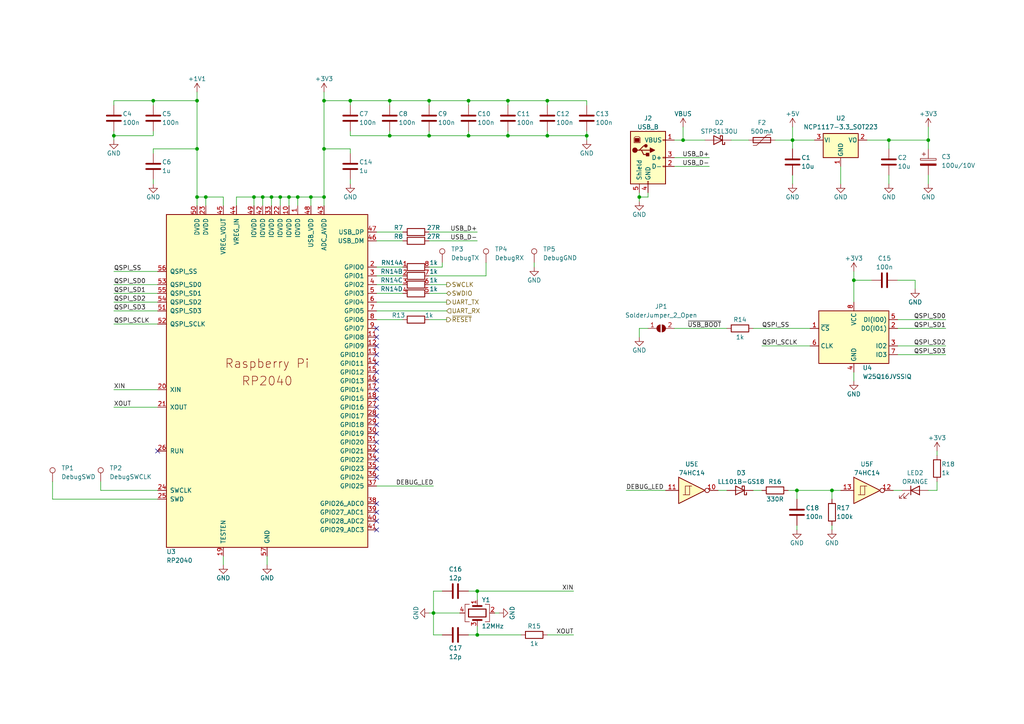
<source format=kicad_sch>
(kicad_sch (version 20220126) (generator eeschema)
  (paper "A4")
  (title_block (title "Raspberry Pi Pico Kit") (date "2022-01-02") (rev "1"))
  (lib_symbols
    (symbol "74xx:74HC14" (pin_names (offset 1.016))
      (property "Reference" "U" (at 0 1.27 0))
      (property "Value" "74HC14" (at 0 -1.27 0))
      (symbol "74HC14_1_0"
        (pin input line (at -7.62 0 0) (length 3.81) (name "~") (number "1"))
        (pin output inverted (at 7.62 0 180) (length 3.81) (name "~") (number "2"))
      )
      (symbol "74HC14_2_0"
        (pin input line (at -7.62 0 0) (length 3.81) (name "~") (number "3"))
        (pin output inverted (at 7.62 0 180) (length 3.81) (name "~") (number "4"))
      )
      (symbol "74HC14_3_0"
        (pin input line (at -7.62 0 0) (length 3.81) (name "~") (number "5"))
        (pin output inverted (at 7.62 0 180) (length 3.81) (name "~") (number "6"))
      )
      (symbol "74HC14_4_0"
        (pin output inverted (at 7.62 0 180) (length 3.81) (name "~") (number "8"))
        (pin input line (at -7.62 0 0) (length 3.81) (name "~") (number "9"))
      )
      (symbol "74HC14_5_0"
        (pin output inverted (at 7.62 0 180) (length 3.81) (name "~") (number "10"))
        (pin input line (at -7.62 0 0) (length 3.81) (name "~") (number "11"))
      )
      (symbol "74HC14_6_0"
        (pin output inverted (at 7.62 0 180) (length 3.81) (name "~") (number "12"))
        (pin input line (at -7.62 0 0) (length 3.81) (name "~") (number "13"))
      )
      (symbol "74HC14_7_0"
        (pin power_in line (at 0 12.7 270) (length 5.08) (name "VCC") (number "14"))
        (pin power_in line (at 0 -12.7 90) (length 5.08) (name "GND") (number "7"))
      )
    )
    (symbol "Connector:TestPoint" (pin_numbers hide) (pin_names (offset 0.762) hide)
      (property "Reference" "TP" (at 0 6.858 0))
      (property "Value" "TestPoint" (at 0 5.08 0))
      (symbol "TestPoint_1_1"
        (pin passive line (at 0 0 90) (length 2.54) (name "1") (number "1"))
      )
    )
    (symbol "Connector:USB_B" (pin_names (offset 1.016))
      (property "Reference" "J" (at -5.08 11.43 0))
      (property "Value" "USB_B" (at -5.08 8.89 0))
      (symbol "USB_B_1_1"
        (pin power_out line (at 7.62 5.08 180) (length 2.54) (name "VBUS") (number "1"))
        (pin bidirectional line (at 7.62 -2.54 180) (length 2.54) (name "D-") (number "2"))
        (pin bidirectional line (at 7.62 0 180) (length 2.54) (name "D+") (number "3"))
        (pin power_out line (at 0 -10.16 90) (length 2.54) (name "GND") (number "4"))
        (pin passive line (at -2.54 -10.16 90) (length 2.54) (name "Shield") (number "5"))
      )
    )
    (symbol "Device:C" (pin_numbers hide) (pin_names (offset 0.254))
      (property "Reference" "C" (at 0.635 2.54 0))
      (property "Value" "C" (at 0.635 -2.54 0))
      (symbol "C_1_1"
        (pin passive line (at 0 3.81 270) (length 2.794) (name "~") (number "1"))
        (pin passive line (at 0 -3.81 90) (length 2.794) (name "~") (number "2"))
      )
    )
    (symbol "Device:C_Polarized" (pin_numbers hide) (pin_names (offset 0.254))
      (property "Reference" "C" (at 0.635 2.54 0))
      (property "Value" "C_Polarized" (at 0.635 -2.54 0))
      (symbol "C_Polarized_1_1"
        (pin passive line (at 0 3.81 270) (length 2.794) (name "~") (number "1"))
        (pin passive line (at 0 -3.81 90) (length 2.794) (name "~") (number "2"))
      )
    )
    (symbol "Device:Crystal_GND24" (pin_names (offset 1.016) hide)
      (property "Reference" "Y" (at 3.175 5.08 0))
      (property "Value" "Crystal_GND24" (at 3.175 3.175 0))
      (symbol "Crystal_GND24_1_1"
        (pin passive line (at -3.81 0 0) (length 1.27) (name "1") (number "1"))
        (pin passive line (at 0 5.08 270) (length 1.27) (name "2") (number "2"))
        (pin passive line (at 3.81 0 180) (length 1.27) (name "3") (number "3"))
        (pin passive line (at 0 -5.08 90) (length 1.27) (name "4") (number "4"))
      )
    )
    (symbol "Device:D_Schottky" (pin_numbers hide) (pin_names (offset 1.016) hide)
      (property "Reference" "D" (at 0 2.54 0))
      (property "Value" "D_Schottky" (at 0 -2.54 0))
      (symbol "D_Schottky_1_1"
        (pin passive line (at -3.81 0 0) (length 2.54) (name "K") (number "1"))
        (pin passive line (at 3.81 0 180) (length 2.54) (name "A") (number "2"))
      )
    )
    (symbol "Device:LED" (pin_numbers hide) (pin_names (offset 1.016) hide)
      (property "Reference" "D" (at 0 2.54 0))
      (property "Value" "LED" (at 0 -2.54 0))
      (symbol "LED_1_1"
        (pin passive line (at -3.81 0 0) (length 2.54) (name "K") (number "1"))
        (pin passive line (at 3.81 0 180) (length 2.54) (name "A") (number "2"))
      )
    )
    (symbol "Device:Polyfuse" (pin_numbers hide) (pin_names (offset 0))
      (property "Reference" "F" (at -2.54 0 90))
      (property "Value" "Polyfuse" (at 2.54 0 90))
      (symbol "Polyfuse_1_1"
        (pin passive line (at 0 3.81 270) (length 1.27) (name "~") (number "1"))
        (pin passive line (at 0 -3.81 90) (length 1.27) (name "~") (number "2"))
      )
    )
    (symbol "Device:R" (pin_numbers hide) (pin_names (offset 0))
      (property "Reference" "R" (at 2.032 0 90))
      (property "Value" "R" (at 0 0 90))
      (symbol "R_1_1"
        (pin passive line (at 0 3.81 270) (length 1.27) (name "~") (number "1"))
        (pin passive line (at 0 -3.81 90) (length 1.27) (name "~") (number "2"))
      )
    )
    (symbol "Device:R_Pack04_Split" (pin_names (offset 0) hide)
      (property "Reference" "RN" (at 2.032 0 90))
      (property "Value" "R_Pack04_Split" (at 0 0 90))
      (symbol "R_Pack04_Split_1_1"
        (pin passive line (at 0 -3.81 90) (length 1.27) (name "R1.1") (number "1"))
        (pin passive line (at 0 3.81 270) (length 1.27) (name "R1.2") (number "8"))
      )
      (symbol "R_Pack04_Split_2_1"
        (pin passive line (at 0 -3.81 90) (length 1.27) (name "R2.1") (number "2"))
        (pin passive line (at 0 3.81 270) (length 1.27) (name "R2.2") (number "7"))
      )
      (symbol "R_Pack04_Split_3_1"
        (pin passive line (at 0 -3.81 90) (length 1.27) (name "R3.1") (number "3"))
        (pin passive line (at 0 3.81 270) (length 1.27) (name "R3.2") (number "6"))
      )
      (symbol "R_Pack04_Split_4_1"
        (pin passive line (at 0 -3.81 90) (length 1.27) (name "R4.1") (number "4"))
        (pin passive line (at 0 3.81 270) (length 1.27) (name "R4.2") (number "5"))
      )
    )
    (symbol "Jumper:SolderJumper_2_Open" (pin_names (offset 0) hide)
      (property "Reference" "JP" (at 0 2.032 0))
      (property "Value" "SolderJumper_2_Open" (at 0 -2.54 0))
      (symbol "SolderJumper_2_Open_1_1"
        (pin passive line (at -3.81 0 0) (length 2.54) (name "A") (number "1"))
        (pin passive line (at 3.81 0 180) (length 2.54) (name "B") (number "2"))
      )
    )
    (symbol "MCU_RaspberryPi_RP2040:RP2040" (pin_names (offset 1.016))
      (property "Reference" "U" (at -29.21 49.53 0))
      (property "Value" "RP2040" (at 24.13 -49.53 0))
      (symbol "RP2040_0_0"
        (text "Raspberry Pi" (at 0 5.08 0) (effects (font (size 2.54 2.54))))
        (text "RP2040" (at 0 0 0) (effects (font (size 2.54 2.54))))
      )
      (symbol "RP2040_1_1"
        (pin power_in line (at 8.89 50.8 270) (length 2.54) (name "IOVDD") (number "1"))
        (pin power_in line (at 6.35 50.8 270) (length 2.54) (name "IOVDD") (number "10"))
        (pin bidirectional line (at 31.75 12.7 180) (length 2.54) (name "GPIO8") (number "11"))
        (pin bidirectional line (at 31.75 10.16 180) (length 2.54) (name "GPIO9") (number "12"))
        (pin bidirectional line (at 31.75 7.62 180) (length 2.54) (name "GPIO10") (number "13"))
        (pin bidirectional line (at 31.75 5.08 180) (length 2.54) (name "GPIO11") (number "14"))
        (pin bidirectional line (at 31.75 2.54 180) (length 2.54) (name "GPIO12") (number "15"))
        (pin bidirectional line (at 31.75 0 180) (length 2.54) (name "GPIO13") (number "16"))
        (pin bidirectional line (at 31.75 -2.54 180) (length 2.54) (name "GPIO14") (number "17"))
        (pin bidirectional line (at 31.75 -5.08 180) (length 2.54) (name "GPIO15") (number "18"))
        (pin passive line (at -12.7 -50.8 90) (length 2.54) (name "TESTEN") (number "19"))
        (pin bidirectional line (at 31.75 33.02 180) (length 2.54) (name "GPIO0") (number "2"))
        (pin input line (at -31.75 -2.54 0) (length 2.54) (name "XIN") (number "20"))
        (pin passive line (at -31.75 -7.62 0) (length 2.54) (name "XOUT") (number "21"))
        (pin power_in line (at 3.81 50.8 270) (length 2.54) (name "IOVDD") (number "22"))
        (pin power_in line (at -17.78 50.8 270) (length 2.54) (name "DVDD") (number "23"))
        (pin output line (at -31.75 -31.75 0) (length 2.54) (name "SWCLK") (number "24"))
        (pin bidirectional line (at -31.75 -34.29 0) (length 2.54) (name "SWD") (number "25"))
        (pin input line (at -31.75 -20.32 0) (length 2.54) (name "RUN") (number "26"))
        (pin bidirectional line (at 31.75 -7.62 180) (length 2.54) (name "GPIO16") (number "27"))
        (pin bidirectional line (at 31.75 -10.16 180) (length 2.54) (name "GPIO17") (number "28"))
        (pin bidirectional line (at 31.75 -12.7 180) (length 2.54) (name "GPIO18") (number "29"))
        (pin bidirectional line (at 31.75 30.48 180) (length 2.54) (name "GPIO1") (number "3"))
        (pin bidirectional line (at 31.75 -15.24 180) (length 2.54) (name "GPIO19") (number "30"))
        (pin bidirectional line (at 31.75 -17.78 180) (length 2.54) (name "GPIO20") (number "31"))
        (pin bidirectional line (at 31.75 -20.32 180) (length 2.54) (name "GPIO21") (number "32"))
        (pin power_in line (at 1.27 50.8 270) (length 2.54) (name "IOVDD") (number "33"))
        (pin bidirectional line (at 31.75 -22.86 180) (length 2.54) (name "GPIO22") (number "34"))
        (pin bidirectional line (at 31.75 -25.4 180) (length 2.54) (name "GPIO23") (number "35"))
        (pin bidirectional line (at 31.75 -27.94 180) (length 2.54) (name "GPIO24") (number "36"))
        (pin bidirectional line (at 31.75 -30.48 180) (length 2.54) (name "GPIO25") (number "37"))
        (pin bidirectional line (at 31.75 -35.56 180) (length 2.54) (name "GPIO26_ADC0") (number "38"))
        (pin bidirectional line (at 31.75 -38.1 180) (length 2.54) (name "GPIO27_ADC1") (number "39"))
        (pin bidirectional line (at 31.75 27.94 180) (length 2.54) (name "GPIO2") (number "4"))
        (pin bidirectional line (at 31.75 -40.64 180) (length 2.54) (name "GPIO28_ADC2") (number "40"))
        (pin bidirectional line (at 31.75 -43.18 180) (length 2.54) (name "GPIO29_ADC3") (number "41"))
        (pin power_in line (at -1.27 50.8 270) (length 2.54) (name "IOVDD") (number "42"))
        (pin power_in line (at 16.51 50.8 270) (length 2.54) (name "ADC_AVDD") (number "43"))
        (pin power_in line (at -8.89 50.8 270) (length 2.54) (name "VREG_IN") (number "44"))
        (pin power_out line (at -12.7 50.8 270) (length 2.54) (name "VREG_VOUT") (number "45"))
        (pin bidirectional line (at 31.75 40.64 180) (length 2.54) (name "USB_DM") (number "46"))
        (pin bidirectional line (at 31.75 43.18 180) (length 2.54) (name "USB_DP") (number "47"))
        (pin power_in line (at 12.7 50.8 270) (length 2.54) (name "USB_VDD") (number "48"))
        (pin power_in line (at -3.81 50.8 270) (length 2.54) (name "IOVDD") (number "49"))
        (pin bidirectional line (at 31.75 25.4 180) (length 2.54) (name "GPIO3") (number "5"))
        (pin power_in line (at -20.32 50.8 270) (length 2.54) (name "DVDD") (number "50"))
        (pin bidirectional line (at -31.75 20.32 0) (length 2.54) (name "QSPI_SD3") (number "51"))
        (pin output line (at -31.75 16.51 0) (length 2.54) (name "QSPI_SCLK") (number "52"))
        (pin bidirectional line (at -31.75 27.94 0) (length 2.54) (name "QSPI_SD0") (number "53"))
        (pin bidirectional line (at -31.75 22.86 0) (length 2.54) (name "QSPI_SD2") (number "54"))
        (pin bidirectional line (at -31.75 25.4 0) (length 2.54) (name "QSPI_SD1") (number "55"))
        (pin bidirectional line (at -31.75 31.75 0) (length 2.54) (name "QSPI_SS") (number "56"))
        (pin power_in line (at 0 -50.8 90) (length 2.54) (name "GND") (number "57"))
        (pin bidirectional line (at 31.75 22.86 180) (length 2.54) (name "GPIO4") (number "6"))
        (pin bidirectional line (at 31.75 20.32 180) (length 2.54) (name "GPIO5") (number "7"))
        (pin bidirectional line (at 31.75 17.78 180) (length 2.54) (name "GPIO6") (number "8"))
        (pin bidirectional line (at 31.75 15.24 180) (length 2.54) (name "GPIO7") (number "9"))
      )
    )
    (symbol "RP2040_minimal:W25Q128JVS"
      (property "Reference" "U" (at -8.89 8.89 0))
      (property "Value" "W25Q128JVS" (at 7.62 8.89 0))
      (symbol "W25Q128JVS_1_1"
        (pin input line (at -12.7 2.54 0) (length 2.54) (name "~{CS}") (number "1"))
        (pin bidirectional line (at 12.7 2.54 180) (length 2.54) (name "DO(IO1)") (number "2"))
        (pin bidirectional line (at 12.7 -2.54 180) (length 2.54) (name "IO2") (number "3"))
        (pin power_in line (at 0 -10.16 90) (length 2.54) (name "GND") (number "4"))
        (pin bidirectional line (at 12.7 5.08 180) (length 2.54) (name "DI(IO0)") (number "5"))
        (pin input line (at -12.7 -2.54 0) (length 2.54) (name "CLK") (number "6"))
        (pin bidirectional line (at 12.7 -5.08 180) (length 2.54) (name "IO3") (number "7"))
        (pin power_in line (at 0 10.16 270) (length 2.54) (name "VCC") (number "8"))
      )
    )
    (symbol "Regulator_Linear:NCP1117-3.3_SOT223" (pin_names (offset 0.254))
      (property "Reference" "U" (at -3.81 3.175 0))
      (property "Value" "NCP1117-3.3_SOT223" (at 0 3.175 0))
      (symbol "NCP1117-3.3_SOT223_1_1"
        (pin power_in line (at 0 -7.62 90) (length 2.54) (name "GND") (number "1"))
        (pin power_out line (at 7.62 0 180) (length 2.54) (name "VO") (number "2"))
        (pin power_in line (at -7.62 0 0) (length 2.54) (name "VI") (number "3"))
      )
    )
    (symbol "power:+1V1" (power) (pin_names (offset 0))
      (property "Value" "+1V1" (at 0 3.556 0))
      (symbol "+1V1_1_1"
        (pin power_in line (at 0 0 90) (length 0) hide (name "+1V1") (number "1"))
      )
    )
    (symbol "power:+3.3V" (power) (pin_names (offset 0))
      (property "Value" "+3.3V" (at 0 3.556 0))
      (symbol "+3.3V_1_1"
        (pin power_in line (at 0 0 90) (length 0) hide (name "+3V3") (number "1"))
      )
    )
    (symbol "power:+5V" (power) (pin_names (offset 0))
      (property "Value" "+5V" (at 0 3.556 0))
      (symbol "+5V_1_1"
        (pin power_in line (at 0 0 90) (length 0) hide (name "+5V") (number "1"))
      )
    )
    (symbol "power:GND" (power) (pin_names (offset 0))
      (property "Value" "GND" (at 0 -3.81 0))
      (symbol "GND_1_1"
        (pin power_in line (at 0 0 270) (length 0) hide (name "GND") (number "1"))
      )
    )
    (symbol "power:VBUS" (power) (pin_names (offset 0))
      (property "Value" "VBUS" (at 0 3.81 0))
      (symbol "VBUS_1_1"
        (pin power_in line (at 0 0 90) (length 0) hide (name "VBUS") (number "1"))
      )
    )
  )
  (junction (at 198.12 40.64))
  (junction (at 57.15 57.15))
  (junction (at 138.43 171.45))
  (junction (at 135.89 29.21))
  (junction (at 170.18 39.37))
  (junction (at 59.69 57.15))
  (junction (at 57.15 43.18))
  (junction (at 185.42 57.15))
  (junction (at 229.87 40.64))
  (junction (at 93.98 29.21))
  (junction (at 73.66 57.15))
  (junction (at 101.6 29.21))
  (junction (at 125.73 177.8))
  (junction (at 57.15 29.21))
  (junction (at 158.75 29.21))
  (junction (at 113.03 29.21))
  (junction (at 158.75 39.37))
  (junction (at 241.3 142.24))
  (junction (at 231.14 142.24))
  (junction (at 147.32 29.21))
  (junction (at 269.24 40.64))
  (junction (at 138.43 184.15))
  (junction (at 76.2 57.15))
  (junction (at 147.32 39.37))
  (junction (at 33.02 39.37))
  (junction (at 90.17 57.15))
  (junction (at 93.98 43.18))
  (junction (at 124.46 29.21))
  (junction (at 124.46 39.37))
  (junction (at 247.65 81.28))
  (junction (at 135.89 39.37))
  (junction (at 78.74 57.15))
  (junction (at 257.81 40.64))
  (junction (at 44.45 29.21))
  (junction (at 86.36 57.15))
  (junction (at 81.28 57.15))
  (junction (at 93.98 57.15))
  (junction (at 113.03 39.37))
  (junction (at 83.82 57.15))
  (no_connect (at 109.22 105.41))
  (no_connect (at 109.22 102.87))
  (no_connect (at 109.22 100.33))
  (no_connect (at 109.22 97.79))
  (no_connect (at 109.22 95.25))
  (no_connect (at 109.22 118.11))
  (no_connect (at 109.22 115.57))
  (no_connect (at 109.22 113.03))
  (no_connect (at 109.22 110.49))
  (no_connect (at 109.22 107.95))
  (no_connect (at 109.22 146.05))
  (no_connect (at 109.22 148.59))
  (no_connect (at 109.22 151.13))
  (no_connect (at 109.22 153.67))
  (no_connect (at 109.22 138.43))
  (no_connect (at 109.22 135.89))
  (no_connect (at 109.22 133.35))
  (no_connect (at 109.22 130.81))
  (no_connect (at 109.22 128.27))
  (no_connect (at 109.22 125.73))
  (no_connect (at 109.22 123.19))
  (no_connect (at 109.22 120.65))
  (no_connect (at 45.72 130.81))
  (wire (pts (xy 124.46 69.85) (xy 138.43 69.85)))
  (wire (pts (xy 147.32 39.37) (xy 158.75 39.37)))
  (wire (pts (xy 124.46 29.21) (xy 124.46 30.48)))
  (wire (pts (xy 33.02 87.63) (xy 45.72 87.63)))
  (wire (pts (xy 33.02 85.09) (xy 45.72 85.09)))
  (wire (pts (xy 124.46 38.1) (xy 124.46 39.37)))
  (wire (pts (xy 93.98 43.18) (xy 101.6 43.18)))
  (wire (pts (xy 158.75 184.15) (xy 166.37 184.15)))
  (wire (pts (xy 144.78 177.8) (xy 143.51 177.8)))
  (wire (pts (xy 195.58 45.72) (xy 205.74 45.72)))
  (wire (pts (xy 93.98 29.21) (xy 101.6 29.21)))
  (wire (pts (xy 109.22 92.71) (xy 116.84 92.71)))
  (wire (pts (xy 93.98 57.15) (xy 93.98 59.69)))
  (wire (pts (xy 228.6 142.24) (xy 231.14 142.24)))
  (wire (pts (xy 68.58 57.15) (xy 73.66 57.15)))
  (wire (pts (xy 198.12 40.64) (xy 204.47 40.64)))
  (wire (pts (xy 187.96 95.25) (xy 185.42 95.25)))
  (wire (pts (xy 147.32 29.21) (xy 135.89 29.21)))
  (wire (pts (xy 113.03 39.37) (xy 124.46 39.37)))
  (wire (pts (xy 260.35 95.25) (xy 274.32 95.25)))
  (wire (pts (xy 44.45 39.37) (xy 33.02 39.37)))
  (wire (pts (xy 57.15 29.21) (xy 57.15 43.18)))
  (wire (pts (xy 257.81 50.8) (xy 257.81 53.34)))
  (wire (pts (xy 260.35 81.28) (xy 265.43 81.28)))
  (wire (pts (xy 147.32 38.1) (xy 147.32 39.37)))
  (wire (pts (xy 101.6 44.45) (xy 101.6 43.18)))
  (wire (pts (xy 125.73 177.8) (xy 125.73 184.15)))
  (wire (pts (xy 101.6 39.37) (xy 113.03 39.37)))
  (wire (pts (xy 44.45 29.21) (xy 57.15 29.21)))
  (wire (pts (xy 124.46 67.31) (xy 138.43 67.31)))
  (wire (pts (xy 33.02 78.74) (xy 45.72 78.74)))
  (wire (pts (xy 101.6 30.48) (xy 101.6 29.21)))
  (wire (pts (xy 64.77 57.15) (xy 59.69 57.15)))
  (wire (pts (xy 154.94 76.2) (xy 154.94 77.47)))
  (wire (pts (xy 109.22 90.17) (xy 129.54 90.17)))
  (wire (pts (xy 265.43 81.28) (xy 265.43 83.82)))
  (wire (pts (xy 29.21 142.24) (xy 29.21 139.7)))
  (wire (pts (xy 135.89 171.45) (xy 138.43 171.45)))
  (wire (pts (xy 44.45 29.21) (xy 44.45 30.48)))
  (wire (pts (xy 158.75 29.21) (xy 147.32 29.21)))
  (wire (pts (xy 101.6 38.1) (xy 101.6 39.37)))
  (wire (pts (xy 260.35 102.87) (xy 274.32 102.87)))
  (wire (pts (xy 76.2 57.15) (xy 76.2 59.69)))
  (wire (pts (xy 113.03 29.21) (xy 113.03 30.48)))
  (wire (pts (xy 125.73 177.8) (xy 124.46 177.8)))
  (wire (pts (xy 125.73 184.15) (xy 128.27 184.15)))
  (wire (pts (xy 73.66 57.15) (xy 73.66 59.69)))
  (wire (pts (xy 247.65 81.28) (xy 252.73 81.28)))
  (wire (pts (xy 128.27 171.45) (xy 125.73 171.45)))
  (wire (pts (xy 81.28 57.15) (xy 81.28 59.69)))
  (wire (pts (xy 241.3 152.4) (xy 241.3 153.67)))
  (wire (pts (xy 59.69 59.69) (xy 59.69 57.15)))
  (wire (pts (xy 195.58 40.64) (xy 198.12 40.64)))
  (wire (pts (xy 218.44 95.25) (xy 234.95 95.25)))
  (wire (pts (xy 124.46 85.09) (xy 129.54 85.09)))
  (wire (pts (xy 185.42 57.15) (xy 185.42 58.42)))
  (wire (pts (xy 109.22 82.55) (xy 116.84 82.55)))
  (wire (pts (xy 231.14 142.24) (xy 231.14 144.78)))
  (wire (pts (xy 135.89 38.1) (xy 135.89 39.37)))
  (wire (pts (xy 109.22 77.47) (xy 116.84 77.47)))
  (wire (pts (xy 68.58 59.69) (xy 68.58 57.15)))
  (wire (pts (xy 229.87 36.83) (xy 229.87 40.64)))
  (wire (pts (xy 247.65 107.95) (xy 247.65 110.49)))
  (wire (pts (xy 140.97 80.01) (xy 140.97 76.2)))
  (wire (pts (xy 33.02 38.1) (xy 33.02 39.37)))
  (wire (pts (xy 231.14 142.24) (xy 241.3 142.24)))
  (wire (pts (xy 247.65 78.74) (xy 247.65 81.28)))
  (wire (pts (xy 135.89 29.21) (xy 124.46 29.21)))
  (wire (pts (xy 33.02 118.11) (xy 45.72 118.11)))
  (wire (pts (xy 229.87 40.64) (xy 229.87 43.18)))
  (wire (pts (xy 269.24 142.24) (xy 271.78 142.24)))
  (wire (pts (xy 57.15 43.18) (xy 57.15 57.15)))
  (wire (pts (xy 125.73 177.8) (xy 133.35 177.8)))
  (wire (pts (xy 101.6 52.07) (xy 101.6 53.34)))
  (wire (pts (xy 64.77 59.69) (xy 64.77 57.15)))
  (wire (pts (xy 76.2 57.15) (xy 78.74 57.15)))
  (wire (pts (xy 109.22 140.97) (xy 125.73 140.97)))
  (wire (pts (xy 185.42 95.25) (xy 185.42 97.79)))
  (wire (pts (xy 138.43 184.15) (xy 151.13 184.15)))
  (wire (pts (xy 73.66 57.15) (xy 76.2 57.15)))
  (wire (pts (xy 109.22 87.63) (xy 129.54 87.63)))
  (wire (pts (xy 109.22 80.01) (xy 116.84 80.01)))
  (wire (pts (xy 269.24 50.8) (xy 269.24 53.34)))
  (wire (pts (xy 243.84 48.26) (xy 243.84 53.34)))
  (wire (pts (xy 81.28 57.15) (xy 83.82 57.15)))
  (wire (pts (xy 138.43 171.45) (xy 166.37 171.45)))
  (wire (pts (xy 86.36 57.15) (xy 86.36 59.69)))
  (wire (pts (xy 124.46 39.37) (xy 135.89 39.37)))
  (wire (pts (xy 269.24 36.83) (xy 269.24 40.64)))
  (wire (pts (xy 15.24 144.78) (xy 45.72 144.78)))
  (wire (pts (xy 125.73 171.45) (xy 125.73 177.8)))
  (wire (pts (xy 93.98 43.18) (xy 93.98 57.15)))
  (wire (pts (xy 181.61 142.24) (xy 193.04 142.24)))
  (wire (pts (xy 259.08 142.24) (xy 261.62 142.24)))
  (wire (pts (xy 241.3 142.24) (xy 243.84 142.24)))
  (wire (pts (xy 218.44 142.24) (xy 220.98 142.24)))
  (wire (pts (xy 269.24 40.64) (xy 269.24 43.18)))
  (wire (pts (xy 158.75 38.1) (xy 158.75 39.37)))
  (wire (pts (xy 33.02 93.98) (xy 45.72 93.98)))
  (wire (pts (xy 78.74 57.15) (xy 81.28 57.15)))
  (wire (pts (xy 33.02 29.21) (xy 44.45 29.21)))
  (wire (pts (xy 93.98 29.21) (xy 93.98 43.18)))
  (wire (pts (xy 83.82 57.15) (xy 86.36 57.15)))
  (wire (pts (xy 93.98 26.67) (xy 93.98 29.21)))
  (wire (pts (xy 185.42 55.88) (xy 185.42 57.15)))
  (wire (pts (xy 33.02 39.37) (xy 33.02 40.64)))
  (wire (pts (xy 44.45 43.18) (xy 57.15 43.18)))
  (wire (pts (xy 170.18 29.21) (xy 158.75 29.21)))
  (wire (pts (xy 229.87 50.8) (xy 229.87 53.34)))
  (wire (pts (xy 83.82 57.15) (xy 83.82 59.69)))
  (wire (pts (xy 124.46 82.55) (xy 129.54 82.55)))
  (wire (pts (xy 57.15 26.67) (xy 57.15 29.21)))
  (wire (pts (xy 260.35 100.33) (xy 274.32 100.33)))
  (wire (pts (xy 109.22 85.09) (xy 116.84 85.09)))
  (wire (pts (xy 33.02 82.55) (xy 45.72 82.55)))
  (wire (pts (xy 135.89 29.21) (xy 135.89 30.48)))
  (wire (pts (xy 64.77 161.29) (xy 64.77 163.83)))
  (wire (pts (xy 229.87 40.64) (xy 236.22 40.64)))
  (wire (pts (xy 57.15 57.15) (xy 57.15 59.69)))
  (wire (pts (xy 220.98 100.33) (xy 234.95 100.33)))
  (wire (pts (xy 33.02 90.17) (xy 45.72 90.17)))
  (wire (pts (xy 170.18 30.48) (xy 170.18 29.21)))
  (wire (pts (xy 195.58 95.25) (xy 210.82 95.25)))
  (wire (pts (xy 185.42 57.15) (xy 187.96 57.15)))
  (wire (pts (xy 78.74 57.15) (xy 78.74 59.69)))
  (wire (pts (xy 33.02 30.48) (xy 33.02 29.21)))
  (wire (pts (xy 158.75 29.21) (xy 158.75 30.48)))
  (wire (pts (xy 113.03 29.21) (xy 101.6 29.21)))
  (wire (pts (xy 198.12 36.83) (xy 198.12 40.64)))
  (wire (pts (xy 212.09 40.64) (xy 217.17 40.64)))
  (wire (pts (xy 44.45 38.1) (xy 44.45 39.37)))
  (wire (pts (xy 135.89 39.37) (xy 147.32 39.37)))
  (wire (pts (xy 241.3 142.24) (xy 241.3 144.78)))
  (wire (pts (xy 15.24 139.7) (xy 15.24 144.78)))
  (wire (pts (xy 147.32 29.21) (xy 147.32 30.48)))
  (wire (pts (xy 59.69 57.15) (xy 57.15 57.15)))
  (wire (pts (xy 77.47 161.29) (xy 77.47 163.83)))
  (wire (pts (xy 257.81 40.64) (xy 257.81 43.18)))
  (wire (pts (xy 86.36 57.15) (xy 90.17 57.15)))
  (wire (pts (xy 124.46 80.01) (xy 140.97 80.01)))
  (wire (pts (xy 138.43 181.61) (xy 138.43 184.15)))
  (wire (pts (xy 135.89 184.15) (xy 138.43 184.15)))
  (wire (pts (xy 124.46 77.47) (xy 128.27 77.47)))
  (wire (pts (xy 44.45 52.07) (xy 44.45 53.34)))
  (wire (pts (xy 187.96 55.88) (xy 187.96 57.15)))
  (wire (pts (xy 44.45 44.45) (xy 44.45 43.18)))
  (wire (pts (xy 260.35 92.71) (xy 274.32 92.71)))
  (wire (pts (xy 271.78 142.24) (xy 271.78 139.7)))
  (wire (pts (xy 269.24 40.64) (xy 257.81 40.64)))
  (wire (pts (xy 251.46 40.64) (xy 257.81 40.64)))
  (wire (pts (xy 124.46 29.21) (xy 113.03 29.21)))
  (wire (pts (xy 90.17 57.15) (xy 90.17 59.69)))
  (wire (pts (xy 109.22 67.31) (xy 116.84 67.31)))
  (wire (pts (xy 113.03 38.1) (xy 113.03 39.37)))
  (wire (pts (xy 271.78 130.81) (xy 271.78 132.08)))
  (wire (pts (xy 208.28 142.24) (xy 210.82 142.24)))
  (wire (pts (xy 33.02 113.03) (xy 45.72 113.03)))
  (wire (pts (xy 224.79 40.64) (xy 229.87 40.64)))
  (wire (pts (xy 90.17 57.15) (xy 93.98 57.15)))
  (wire (pts (xy 158.75 39.37) (xy 170.18 39.37)))
  (wire (pts (xy 231.14 152.4) (xy 231.14 153.67)))
  (wire (pts (xy 170.18 39.37) (xy 170.18 40.64)))
  (wire (pts (xy 247.65 81.28) (xy 247.65 87.63)))
  (wire (pts (xy 138.43 171.45) (xy 138.43 173.99)))
  (wire (pts (xy 109.22 69.85) (xy 116.84 69.85)))
  (wire (pts (xy 128.27 77.47) (xy 128.27 76.2)))
  (wire (pts (xy 195.58 48.26) (xy 205.74 48.26)))
  (wire (pts (xy 170.18 38.1) (xy 170.18 39.37)))
  (wire (pts (xy 124.46 92.71) (xy 129.54 92.71)))
  (wire (pts (xy 45.72 142.24) (xy 29.21 142.24)))
  (label "QSPI_SCLK" (at 33.02 93.98 0))
  (label "QSPI_SD1" (at 33.02 85.09 0))
  (label "~{USB_BOOT}" (at 199.39 95.25 0))
  (label "USB_D-" (at 205.74 48.26 0))
  (label "USB_D+" (at 138.43 67.31 0))
  (label "XOUT" (at 33.02 118.11 0))
  (label "QSPI_SCLK" (at 220.98 100.33 0))
  (label "USB_D+" (at 205.74 45.72 0))
  (label "QSPI_SD3" (at 33.02 90.17 0))
  (label "USB_D-" (at 138.43 69.85 0))
  (label "QSPI_SD2" (at 33.02 87.63 0))
  (label "XIN" (at 33.02 113.03 0))
  (label "XIN" (at 166.37 171.45 0))
  (label "QSPI_SS" (at 33.02 78.74 0))
  (label "QSPI_SD0" (at 33.02 82.55 0))
  (label "DEBUG_LED" (at 125.73 140.97 0))
  (label "QSPI_SD3" (at 274.32 102.87 0))
  (label "XOUT" (at 166.37 184.15 0))
  (label "QSPI_SS" (at 220.98 95.25 0))
  (label "QSPI_SD2" (at 274.32 100.33 0))
  (label "QSPI_SD0" (at 274.32 92.71 0))
  (label "QSPI_SD1" (at 274.32 95.25 0))
  (label "DEBUG_LED" (at 181.61 142.24 0))
  (hierarchical_label "UART_TX" (shape output) (at 129.54 87.63 0))
  (hierarchical_label "SWCLK" (shape output) (at 129.54 82.55 0))
  (hierarchical_label "UART_RX" (shape input) (at 129.54 90.17 0))
  (hierarchical_label "SWDIO" (shape bidirectional) (at 129.54 85.09 0))
  (hierarchical_label "~{RESET}" (shape output) (at 129.54 92.71 0))
  (symbol (lib_id "Device:R_Pack04_Split") (at 120.65 77.47 270) (unit 1)
    (property "Reference" "RN14" (at 116.84 76.2 90) (effects (justify right)))
    (property "Value" "1k" (at 127 76.2 90) (effects (justify right)))
    (property "Footprint" "Resistor_SMD:R_Array_Convex_4x1206" (effects hide))
  )
  (symbol (lib_id "Connector:TestPoint") (at 128.27 76.2 0) (unit 1)
    (property "Reference" "TP3" (at 130.81 72.263 0) (effects (justify left)))
    (property "Value" "DebugTX" (at 130.81 74.803 0) (effects (justify left)))
    (property "Footprint" "TestPoint:TestPoint_Pad_D1.0mm" (effects hide))
  )
  (symbol (lib_id "Device:Polyfuse") (at 220.98 40.64 90) (unit 1)
    (property "Reference" "F2" (at 220.98 35.56 90))
    (property "Value" "500mA" (at 220.98 38.1 90))
    (property "Footprint" "Fuse:Fuse_1206_3216Metric_Pad1.42x1.75mm_HandSolder" (effects hide))
    (property "Manufacturer Part Number" "0ZCJ0050FF2G" (effects hide))
    (property "Supplier" "Digikey" (effects hide))
    (property "Supplier Part URL" "https://www.digikey.cz/en/products/detail/bel-fuse-inc/0ZCJ0050FF2G/4156133" (effects hide))
  )
  (symbol (lib_id "MCU_RaspberryPi_RP2040:RP2040") (at 77.47 110.49 0) (unit 1)
    (property "Reference" "U3" (at 48.26 160.02 0) (effects (justify left)))
    (property "Value" "RP2040" (at 48.26 162.56 0) (effects (justify left)))
    (property "Footprint" "RP2040_minimal:RP2040-QFN-56" (effects hide))
    (property "Manufacturer Part Number" "SC0914(13)" (effects hide))
    (property "Supplier" "Digikey" (effects hide))
    (property "Supplier Part URL" "https://www.digikey.cz/en/products/detail/raspberry-pi/SC0914-13/14306010" (effects hide))
  )
  (symbol (lib_id "Device:R") (at 154.94 184.15 90) (unit 1)
    (property "Reference" "R15" (at 154.94 181.61 90))
    (property "Value" "1k" (at 154.94 186.69 90))
    (property "Footprint" "Resistor_SMD:R_0603_1608Metric_Pad0.98x0.95mm_HandSolder" (effects hide))
    (property "Manufacturer Part Number" "RC0805FR-071KL" (effects hide))
    (property "Supplier" "Digikey" (effects hide))
  )
  (symbol (lib_id "power:GND") (at 185.42 97.79 0) (unit 1)
    (property "Reference" "#PWR034" (effects hide))
    (property "Value" "GND" (at 185.42 101.6 0))
  )
  (symbol (lib_id "Device:Crystal_GND24") (at 138.43 177.8 270) (unit 1)
    (property "Reference" "Y1" (at 139.7 173.99 90) (effects (justify left)))
    (property "Value" "12MHz" (at 139.7 181.61 90) (effects (justify left)))
    (property "Footprint" "Crystal:Crystal_SMD_0603-4Pin_6.0x3.5mm" (effects hide))
    (property "Datasheet" "https://abracon.com/Resonators/abm3b.pdf" (effects hide))
    (property "Manufacturer Part Number" "ABM3B-12.000MHZ-10-1-U-T" (effects hide))
    (property "Supplier" "Digikey" (effects hide))
    (property "Supplier Part URL" "https://www.digikey.cz/cs/products/detail/abracon-llc/ABM3B-12-000MHZ-10-1-U-T/687808" (effects hide))
  )
  (symbol (lib_id "Device:C") (at 231.14 148.59 180) (unit 1)
    (property "Reference" "C18" (at 233.68 147.32 0) (effects (justify right)))
    (property "Value" "100n" (at 233.68 149.86 0) (effects (justify right)))
    (property "Footprint" "Capacitor_SMD:C_0603_1608Metric_Pad1.08x0.95mm_HandSolder" (effects hide))
    (property "Manufacturer Part Number" "C0805C104M3RAC7800" (effects hide))
    (property "Supplier" "Digikey" (effects hide))
  )
  (symbol (lib_id "power:GND") (at 154.94 77.47 0) (unit 1)
    (property "Reference" "#PWR032" (effects hide))
    (property "Value" "GND" (at 154.94 81.28 0))
  )
  (symbol (lib_id "Device:R") (at 120.65 67.31 90) (unit 1)
    (property "Reference" "R7" (at 115.57 66.04 90))
    (property "Value" "27R" (at 125.73 66.04 90))
    (property "Footprint" "Resistor_SMD:R_0603_1608Metric_Pad0.98x0.95mm_HandSolder" (effects hide))
    (property "Manufacturer Part Number" "RC0805FR-0727RL" (effects hide))
    (property "Supplier" "Digikey" (effects hide))
  )
  (symbol (lib_id "Device:C") (at 170.18 34.29 180) (unit 1)
    (property "Reference" "C13" (at 172.72 33.02 0) (effects (justify right)))
    (property "Value" "100n" (at 172.72 35.56 0) (effects (justify right)))
    (property "Footprint" "Capacitor_SMD:C_0603_1608Metric_Pad1.08x0.95mm_HandSolder" (effects hide))
    (property "Manufacturer Part Number" "C0805C104M3RAC7800" (effects hide))
    (property "Supplier" "Digikey" (effects hide))
  )
  (symbol (lib_id "Connector:USB_B") (at 187.96 45.72 0) (unit 1)
    (property "Reference" "J2" (at 187.96 34.29 0))
    (property "Value" "USB_B" (at 187.96 36.83 0))
    (property "Footprint" "Connector_USB:USB_B_Lumberg_2411_02_Horizontal" (effects hide))
    (property "Manufacturer Part Number" "USB-B1HSW6" (effects hide))
    (property "Supplier" "Digikey" (effects hide))
    (property "Supplier Part URL" "https://www.digikey.cz/en/products/detail/on-shore-technology-inc/USB-B1HSW6/2677743" (effects hide))
  )
  (symbol (lib_id "Connector:TestPoint") (at 29.21 139.7 0) (unit 1)
    (property "Reference" "TP2" (at 31.75 135.763 0) (effects (justify left)))
    (property "Value" "DebugSWCLK" (at 31.75 138.303 0) (effects (justify left)))
    (property "Footprint" "TestPoint:TestPoint_Pad_D1.0mm" (effects hide))
  )
  (symbol (lib_id "Device:R") (at 214.63 95.25 90) (unit 1)
    (property "Reference" "R14" (at 214.63 92.71 90))
    (property "Value" "1k" (at 214.63 97.79 90))
    (property "Footprint" "Resistor_SMD:R_0603_1608Metric_Pad0.98x0.95mm_HandSolder" (effects hide))
    (property "Manufacturer Part Number" "RC0805FR-071KL" (effects hide))
    (property "Supplier" "Digikey" (effects hide))
  )
  (symbol (lib_id "Device:C") (at 135.89 34.29 180) (unit 1)
    (property "Reference" "C10" (at 138.43 33.02 0) (effects (justify right)))
    (property "Value" "100n" (at 138.43 35.56 0) (effects (justify right)))
    (property "Footprint" "Capacitor_SMD:C_0603_1608Metric_Pad1.08x0.95mm_HandSolder" (effects hide))
    (property "Manufacturer Part Number" "C0805C104M3RAC7800" (effects hide))
    (property "Supplier" "Digikey" (effects hide))
  )
  (symbol (lib_id "Device:D_Schottky") (at 208.28 40.64 180) (unit 1)
    (property "Reference" "D2" (at 208.5975 35.56 0))
    (property "Value" "STPS1L30U" (at 208.5975 38.1 0))
    (property "Footprint" "Diode_SMD:D_SMB" (effects hide))
    (property "Manufacturer Part Number" "STPS1L30U" (effects hide))
    (property "Supplier" "Digikey" (effects hide))
    (property "Supplier Part URL" "https://www.digikey.cz/en/products/detail/stmicroelectronics/STPS1L30U/603493" (effects hide))
  )
  (symbol (lib_id "power:GND") (at 231.14 153.67 0) (unit 1)
    (property "Reference" "#PWR039" (effects hide))
    (property "Value" "GND" (at 231.14 157.48 0))
  )
  (symbol (lib_id "Device:C") (at 124.46 34.29 180) (unit 1)
    (property "Reference" "C9" (at 127 33.02 0) (effects (justify right)))
    (property "Value" "100n" (at 127 35.56 0) (effects (justify right)))
    (property "Footprint" "Capacitor_SMD:C_0603_1608Metric_Pad1.08x0.95mm_HandSolder" (effects hide))
    (property "Manufacturer Part Number" "C0805C104M3RAC7800" (effects hide))
    (property "Supplier" "Digikey" (effects hide))
  )
  (symbol (lib_id "power:GND") (at 269.24 53.34 0) (unit 1)
    (property "Reference" "#PWR047" (effects hide))
    (property "Value" "GND" (at 269.24 57.15 0))
  )
  (symbol (lib_id "Device:R") (at 241.3 148.59 0) (unit 1)
    (property "Reference" "R17" (at 242.57 147.32 0) (effects (justify left)))
    (property "Value" "100k" (at 242.57 149.86 0) (effects (justify left)))
    (property "Footprint" "Resistor_SMD:R_0603_1608Metric_Pad0.98x0.95mm_HandSolder" (effects hide))
    (property "Manufacturer Part Number" "RC0805FR-07100KL" (effects hide))
    (property "Supplier" "Digikey" (effects hide))
  )
  (symbol (lib_id "power:GND") (at 265.43 83.82 0) (unit 1)
    (property "Reference" "#PWR045" (effects hide))
    (property "Value" "GND" (at 265.43 87.63 0))
  )
  (symbol (lib_id "Device:C") (at 113.03 34.29 180) (unit 1)
    (property "Reference" "C8" (at 115.57 33.02 0) (effects (justify right)))
    (property "Value" "100n" (at 115.57 35.56 0) (effects (justify right)))
    (property "Footprint" "Capacitor_SMD:C_0603_1608Metric_Pad1.08x0.95mm_HandSolder" (effects hide))
    (property "Manufacturer Part Number" "C0805C104M3RAC7800" (effects hide))
    (property "Supplier" "Digikey" (effects hide))
  )
  (symbol (lib_id "Device:C") (at 44.45 48.26 180) (unit 1)
    (property "Reference" "C6" (at 46.99 46.99 0) (effects (justify right)))
    (property "Value" "1u" (at 46.99 49.53 0) (effects (justify right)))
    (property "Footprint" "Capacitor_SMD:C_0805_2012Metric_Pad1.18x1.45mm_HandSolder" (effects hide))
    (property "Manufacturer Part Number" "C0805C105Z4VAC7800" (effects hide))
    (property "Supplier" "Digikey" (effects hide))
    (property "Supplier Part URL" "https://www.digikey.cz/en/products/detail/kemet/C0805C105Z4VAC7800/2211782" (effects hide))
  )
  (symbol (lib_id "Jumper:SolderJumper_2_Open") (at 191.77 95.25 0) (unit 1)
    (property "Reference" "JP1" (at 191.77 88.9 0))
    (property "Value" "SolderJumper_2_Open" (at 191.77 91.44 0))
    (property "Footprint" "Jumper:SolderJumper-2_P1.3mm_Open_RoundedPad1.0x1.5mm" (effects hide))
  )
  (symbol (lib_id "Device:C") (at 229.87 46.99 180) (unit 1)
    (property "Reference" "C1" (at 232.41 45.72 0) (effects (justify right)))
    (property "Value" "10u" (at 232.41 48.26 0) (effects (justify right)))
    (property "Footprint" "Capacitor_SMD:C_0805_2012Metric_Pad1.18x1.45mm_HandSolder" (effects hide))
    (property "Manufacturer Part Number" "CL21A106KOQNNNG" (effects hide))
    (property "Supplier" "Digikey" (effects hide))
    (property "Supplier Part URL" "https://www.digikey.cz/en/products/detail/samsung-electro-mechanics/CL21A106KOQNNNG/3894417" (effects hide))
  )
  (symbol (lib_id "Device:C_Polarized") (at 269.24 46.99 0) (unit 1)
    (property "Reference" "C3" (at 273.05 45.466 0) (effects (justify left)))
    (property "Value" "100u/10V" (at 273.05 48.006 0) (effects (justify left)))
    (property "Footprint" "Capacitor_SMD:C_Elec_5x5.4" (effects hide))
    (property "Manufacturer Part Number" "UWR1A101MCL1GB" (effects hide))
    (property "Supplier" "Digikey" (effects hide))
    (property "Supplier Part URL" "https://www.digikey.cz/en/products/detail/nichicon/UWR1A101MCL1GB/4995554" (effects hide))
  )
  (symbol (lib_id "Connector:TestPoint") (at 15.24 139.7 0) (unit 1)
    (property "Reference" "TP1" (at 17.78 135.763 0) (effects (justify left)))
    (property "Value" "DebugSWD" (at 17.78 138.303 0) (effects (justify left)))
    (property "Footprint" "TestPoint:TestPoint_Pad_D1.0mm" (effects hide))
  )
  (symbol (lib_id "Device:C") (at 147.32 34.29 180) (unit 1)
    (property "Reference" "C11" (at 149.86 33.02 0) (effects (justify right)))
    (property "Value" "100n" (at 149.86 35.56 0) (effects (justify right)))
    (property "Footprint" "Capacitor_SMD:C_0603_1608Metric_Pad1.08x0.95mm_HandSolder" (effects hide))
    (property "Manufacturer Part Number" "C0805C104M3RAC7800" (effects hide))
    (property "Supplier" "Digikey" (effects hide))
  )
  (symbol (lib_id "power:GND") (at 101.6 53.34 0) (unit 1)
    (property "Reference" "#PWR029" (effects hide))
    (property "Value" "GND" (at 101.6 57.15 0))
  )
  (symbol (lib_id "Device:C") (at 158.75 34.29 180) (unit 1)
    (property "Reference" "C12" (at 161.29 33.02 0) (effects (justify right)))
    (property "Value" "100n" (at 161.29 35.56 0) (effects (justify right)))
    (property "Footprint" "Capacitor_SMD:C_0603_1608Metric_Pad1.08x0.95mm_HandSolder" (effects hide))
    (property "Manufacturer Part Number" "C0805C104M3RAC7800" (effects hide))
    (property "Supplier" "Digikey" (effects hide))
  )
  (symbol (lib_id "power:+1V1") (at 57.15 26.67 0) (unit 1)
    (property "Reference" "#PWR025" (effects hide))
    (property "Value" "+1V1" (at 57.15 22.86 0))
  )
  (symbol (lib_id "Device:C") (at 132.08 171.45 90) (unit 1)
    (property "Reference" "C16" (at 132.08 165.1 90))
    (property "Value" "12p" (at 132.08 167.64 90))
    (property "Footprint" "Capacitor_SMD:C_0603_1608Metric_Pad1.08x0.95mm_HandSolder" (effects hide))
    (property "Manufacturer Part Number" "C0805C120J1HAC7800" (effects hide))
    (property "Supplier" "Digikey" (effects hide))
  )
  (symbol (lib_id "power:GND") (at 33.02 40.64 0) (unit 1)
    (property "Reference" "#PWR023" (effects hide))
    (property "Value" "GND" (at 33.02 44.45 0))
  )
  (symbol (lib_id "power:+3.3V") (at 93.98 26.67 0) (unit 1)
    (property "Reference" "#PWR028" (effects hide))
    (property "Value" "+3.3V" (at 93.98 22.86 0))
  )
  (symbol (lib_id "power:GND") (at 243.84 53.34 0) (unit 1)
    (property "Reference" "#PWR041" (effects hide))
    (property "Value" "GND" (at 243.84 57.15 0))
  )
  (symbol (lib_id "Device:C") (at 101.6 34.29 180) (unit 1)
    (property "Reference" "C7" (at 104.14 33.02 0) (effects (justify right)))
    (property "Value" "100n" (at 104.14 35.56 0) (effects (justify right)))
    (property "Footprint" "Capacitor_SMD:C_0603_1608Metric_Pad1.08x0.95mm_HandSolder" (effects hide))
    (property "Manufacturer Part Number" "C0805C104M3RAC7800" (effects hide))
    (property "Supplier" "Digikey" (effects hide))
  )
  (symbol (lib_id "Device:R") (at 224.79 142.24 90) (unit 1)
    (property "Reference" "R16" (at 224.79 139.7 90))
    (property "Value" "330R" (at 224.79 144.78 90))
    (property "Footprint" "Resistor_SMD:R_0603_1608Metric_Pad0.98x0.95mm_HandSolder" (effects hide))
    (property "Manufacturer Part Number" "RC0805FR-13330RL" (effects hide))
    (property "Supplier" "Digikey" (effects hide))
  )
  (symbol (lib_id "Connector:TestPoint") (at 140.97 76.2 0) (unit 1)
    (property "Reference" "TP4" (at 143.51 72.263 0) (effects (justify left)))
    (property "Value" "DebugRX" (at 143.51 74.803 0) (effects (justify left)))
    (property "Footprint" "TestPoint:TestPoint_Pad_D1.0mm" (effects hide))
  )
  (symbol (lib_id "Device:C") (at 132.08 184.15 90) (unit 1)
    (property "Reference" "C17" (at 132.08 187.96 90))
    (property "Value" "12p" (at 132.08 190.5 90))
    (property "Footprint" "Capacitor_SMD:C_0603_1608Metric_Pad1.08x0.95mm_HandSolder" (effects hide))
    (property "Manufacturer Part Number" "C0805C120J1HAC7800" (effects hide))
    (property "Supplier" "Digikey" (effects hide))
  )
  (symbol (lib_id "Regulator_Linear:NCP1117-3.3_SOT223") (at 243.84 40.64 0) (unit 1)
    (property "Reference" "U2" (at 243.84 34.29 0))
    (property "Value" "NCP1117-3.3_SOT223" (at 243.84 36.83 0))
    (property "Footprint" "Package_TO_SOT_SMD:SOT-223-3_TabPin2" (effects hide))
    (property "Datasheet" "http://www.onsemi.com/pub_link/Collateral/NCP1117-D.PDF" (effects hide))
    (property "Manufacturer Part Number" "NCP1117ST33T3G" (effects hide))
    (property "Supplier" "Digikey" (effects hide))
    (property "Supplier Part URL" "https://www.digikey.cz/en/products/detail/onsemi/NCP1117ST33T3G/1749063" (effects hide))
  )
  (symbol (lib_id "Device:R_Pack04_Split") (at 120.65 85.09 270) (unit 4)
    (property "Reference" "RN14" (at 116.84 83.82 90) (effects (justify right)))
    (property "Value" "1k" (at 127 83.82 90) (effects (justify right)))
    (property "Footprint" "Resistor_SMD:R_Array_Convex_4x1206" (effects hide))
  )
  (symbol (lib_id "Device:C") (at 33.02 34.29 180) (unit 1)
    (property "Reference" "C4" (at 35.56 33.02 0) (effects (justify right)))
    (property "Value" "100n" (at 35.56 35.56 0) (effects (justify right)))
    (property "Footprint" "Capacitor_SMD:C_0603_1608Metric_Pad1.08x0.95mm_HandSolder" (effects hide))
    (property "Manufacturer Part Number" "C0805C104M3RAC7800" (effects hide))
    (property "Supplier" "Digikey" (effects hide))
  )
  (symbol (lib_id "power:GND") (at 64.77 163.83 0) (unit 1)
    (property "Reference" "#PWR026" (effects hide))
    (property "Value" "GND" (at 64.77 167.64 0))
  )
  (symbol (lib_id "power:+5V") (at 229.87 36.83 0) (unit 1)
    (property "Reference" "#PWR037" (effects hide))
    (property "Value" "+5V" (at 229.87 33.02 0))
  )
  (symbol (lib_id "Connector:TestPoint") (at 154.94 76.2 0) (unit 1)
    (property "Reference" "TP5" (at 157.48 72.263 0) (effects (justify left)))
    (property "Value" "DebugGND" (at 157.48 74.803 0) (effects (justify left)))
    (property "Footprint" "TestPoint:TestPoint_Pad_D1.0mm" (effects hide))
  )
  (symbol (lib_id "Device:R") (at 120.65 69.85 90) (unit 1)
    (property "Reference" "R8" (at 115.57 68.58 90))
    (property "Value" "27R" (at 125.73 68.58 90))
    (property "Footprint" "Resistor_SMD:R_0603_1608Metric_Pad0.98x0.95mm_HandSolder" (effects hide))
    (property "Manufacturer Part Number" "RC0805FR-0727RL" (effects hide))
    (property "Supplier" "Digikey" (effects hide))
  )
  (symbol (lib_id "Device:R") (at 271.78 135.89 0) (unit 1)
    (property "Reference" "R18" (at 273.05 134.62 0) (effects (justify left)))
    (property "Value" "1k" (at 273.05 137.16 0) (effects (justify left)))
    (property "Footprint" "Resistor_SMD:R_0603_1608Metric_Pad0.98x0.95mm_HandSolder" (effects hide))
    (property "Manufacturer Part Number" "RC0805FR-071KL" (effects hide))
    (property "Supplier" "Digikey" (effects hide))
  )
  (symbol (lib_id "power:+3.3V") (at 269.24 36.83 0) (unit 1)
    (property "Reference" "#PWR046" (effects hide))
    (property "Value" "+3.3V" (at 269.24 33.02 0))
  )
  (symbol (lib_id "Device:C") (at 44.45 34.29 180) (unit 1)
    (property "Reference" "C5" (at 46.99 33.02 0) (effects (justify right)))
    (property "Value" "100n" (at 46.99 35.56 0) (effects (justify right)))
    (property "Footprint" "Capacitor_SMD:C_0603_1608Metric_Pad1.08x0.95mm_HandSolder" (effects hide))
    (property "Manufacturer Part Number" "C0805C104M3RAC7800" (effects hide))
    (property "Supplier" "Digikey" (effects hide))
  )
  (symbol (lib_id "Device:C") (at 257.81 46.99 180) (unit 1)
    (property "Reference" "C2" (at 260.35 45.72 0) (effects (justify right)))
    (property "Value" "10u" (at 260.35 48.26 0) (effects (justify right)))
    (property "Footprint" "Capacitor_SMD:C_0805_2012Metric_Pad1.18x1.45mm_HandSolder" (effects hide))
    (property "Manufacturer Part Number" "CL21A106KOQNNNG" (effects hide))
    (property "Supplier" "Digikey" (effects hide))
    (property "Supplier Part URL" "https://www.digikey.cz/en/products/detail/samsung-electro-mechanics/CL21A106KOQNNNG/3894417" (effects hide))
  )
  (symbol (lib_id "Device:D_Schottky") (at 214.63 142.24 180) (unit 1)
    (property "Reference" "D3" (at 214.9475 137.16 0))
    (property "Value" "LL101B-GS18" (at 214.9475 139.7 0))
    (property "Footprint" "Diode_SMD:D_MiniMELF" (effects hide))
    (property "Manufacturer Part Number" "LL101B-GS18" (effects hide))
    (property "Supplier" "Digikey" (effects hide))
    (property "Supplier Part URL" "https://www.digikey.cz/en/products/detail/vishay-general-semiconductor-diodes-division/LL101B-GS18/4828967" (effects hide))
  )
  (symbol (lib_id "74xx:74HC14") (at 251.46 142.24 0) (unit 6)
    (property "Reference" "U5" (at 251.46 134.62 0))
    (property "Value" "74HC14" (at 251.46 137.16 0))
    (property "Footprint" "Package_SO:SOIC-14_3.9x8.7mm_P1.27mm" (effects hide))
    (property "Datasheet" "http://www.ti.com/lit/gpn/sn74HC14" (effects hide))
    (property "Manufacturer Part Number" "74HC14S14-13" (effects hide))
    (property "Supplier" "Digikey" (effects hide))
    (property "Supplier Part URL" "https://www.digikey.cz/en/products/detail/diodes-incorporated/74HC14S14-13/4249403" (effects hide))
  )
  (symbol (lib_id "power:GND") (at 241.3 153.67 0) (unit 1)
    (property "Reference" "#PWR040" (effects hide))
    (property "Value" "GND" (at 241.3 157.48 0))
  )
  (symbol (lib_id "power:VBUS") (at 198.12 36.83 0) (unit 1)
    (property "Reference" "#PWR036" (effects hide))
    (property "Value" "VBUS" (at 198.12 33.02 0))
  )
  (symbol (lib_id "power:GND") (at 229.87 53.34 0) (unit 1)
    (property "Reference" "#PWR038" (effects hide))
    (property "Value" "GND" (at 229.87 57.15 0))
  )
  (symbol (lib_id "power:GND") (at 77.47 163.83 0) (unit 1)
    (property "Reference" "#PWR027" (effects hide))
    (property "Value" "GND" (at 77.47 167.64 0))
  )
  (symbol (lib_id "Device:R_Pack04_Split") (at 120.65 80.01 270) (unit 2)
    (property "Reference" "RN14" (at 116.84 78.74 90) (effects (justify right)))
    (property "Value" "1k" (at 127 78.74 90) (effects (justify right)))
    (property "Footprint" "Resistor_SMD:R_Array_Convex_4x1206" (effects hide))
  )
  (symbol (lib_id "power:GND") (at 170.18 40.64 0) (unit 1)
    (property "Reference" "#PWR033" (effects hide))
    (property "Value" "GND" (at 170.18 44.45 0))
  )
  (symbol (lib_id "power:GND") (at 124.46 177.8 270) (unit 1)
    (property "Reference" "#PWR030" (effects hide))
    (property "Value" "GND" (at 120.65 177.8 0))
  )
  (symbol (lib_id "power:GND") (at 247.65 110.49 0) (unit 1)
    (property "Reference" "#PWR043" (effects hide))
    (property "Value" "GND" (at 247.65 114.3 0))
  )
  (symbol (lib_id "power:+3.3V") (at 271.78 130.81 0) (unit 1)
    (property "Reference" "#PWR048" (effects hide))
    (property "Value" "+3.3V" (at 271.78 127 0))
  )
  (symbol (lib_id "power:GND") (at 44.45 53.34 0) (unit 1)
    (property "Reference" "#PWR024" (effects hide))
    (property "Value" "GND" (at 44.45 57.15 0))
  )
  (symbol (lib_id "power:GND") (at 185.42 58.42 0) (unit 1)
    (property "Reference" "#PWR035" (effects hide))
    (property "Value" "GND" (at 185.42 62.23 0))
  )
  (symbol (lib_id "Device:R") (at 120.65 92.71 90) (unit 1)
    (property "Reference" "R13" (at 115.57 91.44 90))
    (property "Value" "1k" (at 124.46 91.44 90))
    (property "Footprint" "Resistor_SMD:R_0603_1608Metric_Pad0.98x0.95mm_HandSolder" (effects hide))
    (property "Manufacturer Part Number" "RC0805FR-071KL" (effects hide))
    (property "Supplier" "Digikey" (effects hide))
  )
  (symbol (lib_id "Device:C") (at 256.54 81.28 90) (unit 1)
    (property "Reference" "C15" (at 256.54 74.93 90))
    (property "Value" "100n" (at 256.54 77.47 90))
    (property "Footprint" "Capacitor_SMD:C_0603_1608Metric_Pad1.08x0.95mm_HandSolder" (effects hide))
    (property "Manufacturer Part Number" "C0805C104M3RAC7800" (effects hide))
    (property "Supplier" "Digikey" (effects hide))
  )
  (symbol (lib_id "power:+3.3V") (at 247.65 78.74 0) (unit 1)
    (property "Reference" "#PWR042" (effects hide))
    (property "Value" "+3.3V" (at 247.65 74.93 0))
  )
  (symbol (lib_id "Device:R_Pack04_Split") (at 120.65 82.55 270) (unit 3)
    (property "Reference" "RN14" (at 116.84 81.28 90) (effects (justify right)))
    (property "Value" "1k" (at 127 81.28 90) (effects (justify right)))
    (property "Footprint" "Resistor_SMD:R_Array_Convex_4x1206" (effects hide))
  )
  (symbol (lib_id "power:GND") (at 144.78 177.8 90) (unit 1)
    (property "Reference" "#PWR031" (effects hide))
    (property "Value" "GND" (at 148.59 177.8 0))
  )
  (symbol (lib_id "Device:LED") (at 265.43 142.24 0) (unit 1)
    (property "Reference" "LED2" (at 265.43 137.16 0))
    (property "Value" "ORANGE" (at 265.43 139.7 0))
    (property "Footprint" "LED_SMD:LED_0805_2012Metric_Pad1.15x1.40mm_HandSolder" (effects hide))
    (property "Manufacturer Part Number" "LTST-C170KFKT" (effects hide))
    (property "Supplier" "Digikey" (effects hide))
    (property "Supplier Part URL" "https://www.digikey.cz/en/products/detail/lite-on-inc/LTST-C170KFKT/386775" (effects hide))
  )
  (symbol (lib_id "74xx:74HC14") (at 200.66 142.24 0) (unit 5)
    (property "Reference" "U5" (at 200.66 134.62 0))
    (property "Value" "74HC14" (at 200.66 137.16 0))
    (property "Footprint" "Package_SO:SOIC-14_3.9x8.7mm_P1.27mm" (effects hide))
    (property "Datasheet" "http://www.ti.com/lit/gpn/sn74HC14" (effects hide))
    (property "Manufacturer Part Number" "74HC14S14-13" (effects hide))
    (property "Supplier" "Digikey" (effects hide))
    (property "Supplier Part URL" "https://www.digikey.cz/en/products/detail/diodes-incorporated/74HC14S14-13/4249403" (effects hide))
  )
  (symbol (lib_id "Device:C") (at 101.6 48.26 180) (unit 1)
    (property "Reference" "C14" (at 104.14 46.99 0) (effects (justify right)))
    (property "Value" "1u" (at 104.14 49.53 0) (effects (justify right)))
    (property "Footprint" "Capacitor_SMD:C_0805_2012Metric_Pad1.18x1.45mm_HandSolder" (effects hide))
    (property "Manufacturer Part Number" "C0805C105Z4VAC7800" (effects hide))
    (property "Supplier" "Digikey" (effects hide))
    (property "Supplier Part URL" "https://www.digikey.cz/en/products/detail/kemet/C0805C105Z4VAC7800/2211782" (effects hide))
  )
  (symbol (lib_id "RP2040_minimal:W25Q128JVS") (at 247.65 97.79 0) (unit 1)
    (property "Reference" "U4" (at 250.19 106.68 0) (effects (justify left)))
    (property "Value" "W25Q16JVSSIQ" (at 250.19 109.22 0) (effects (justify left)))
    (property "Footprint" "Package_SO:SOIC-8_5.275x5.275mm_P1.27mm" (effects hide))
    (property "Manufacturer Part Number" "W25Q16JVSSIQ" (effects hide))
    (property "Supplier" "Digikey" (effects hide))
    (property "Supplier Part URL" "https://www.digikey.cz/cs/products/detail/winbond-electronics/W25Q16JVSSIQ/6193769" (effects hide))
  )
  (symbol (lib_id "power:GND") (at 257.81 53.34 0) (unit 1)
    (property "Reference" "#PWR044" (effects hide))
    (property "Value" "GND" (at 257.81 57.15 0))
  )
)
</source>
